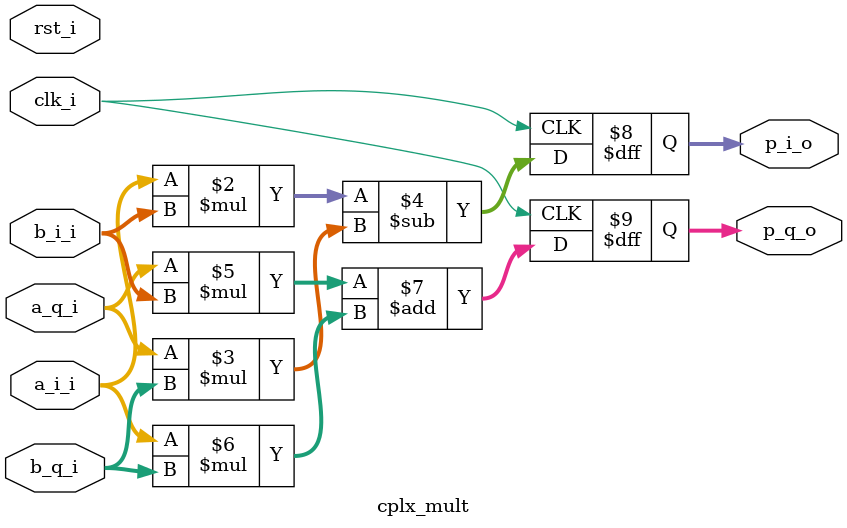
<source format=v>

`timescale 1ns / 1ns
`default_nettype none
    
module cplx_mult
#(
    parameter C_DATA_WIDTH = 16,
    parameter C_CONJ       = 1'b0
) 
(
    input wire rst_i,
    input wire clk_i,

    input wire signed [C_DATA_WIDTH-1:0] a_i_i,
    input wire signed [C_DATA_WIDTH-1:0] a_q_i,

    input wire signed [C_DATA_WIDTH-1:0] b_i_i,
    input wire signed [C_DATA_WIDTH-1:0] b_q_i,

    output reg signed [2*C_DATA_WIDTH:0] p_i_o,
    output reg signed [2*C_DATA_WIDTH:0] p_q_o
);

//------------------------------------------------------------------------
// complex mult (behavioral for now)
// a*conj(b)
always @(posedge clk_i) begin
    if (C_CONJ) begin
        p_i_o <= (a_i_i*b_i_i) + (a_q_i*b_q_i);
        p_q_o <= (a_q_i*b_i_i) - (a_i_i*b_q_i);
    end
    else begin
        p_i_o <= (a_i_i*b_i_i) - (a_q_i*b_q_i);
        p_q_o <= (a_q_i*b_i_i) + (a_i_i*b_q_i);        
    end
end

endmodule // cplx_mult

`default_nettype wire


                       
</source>
